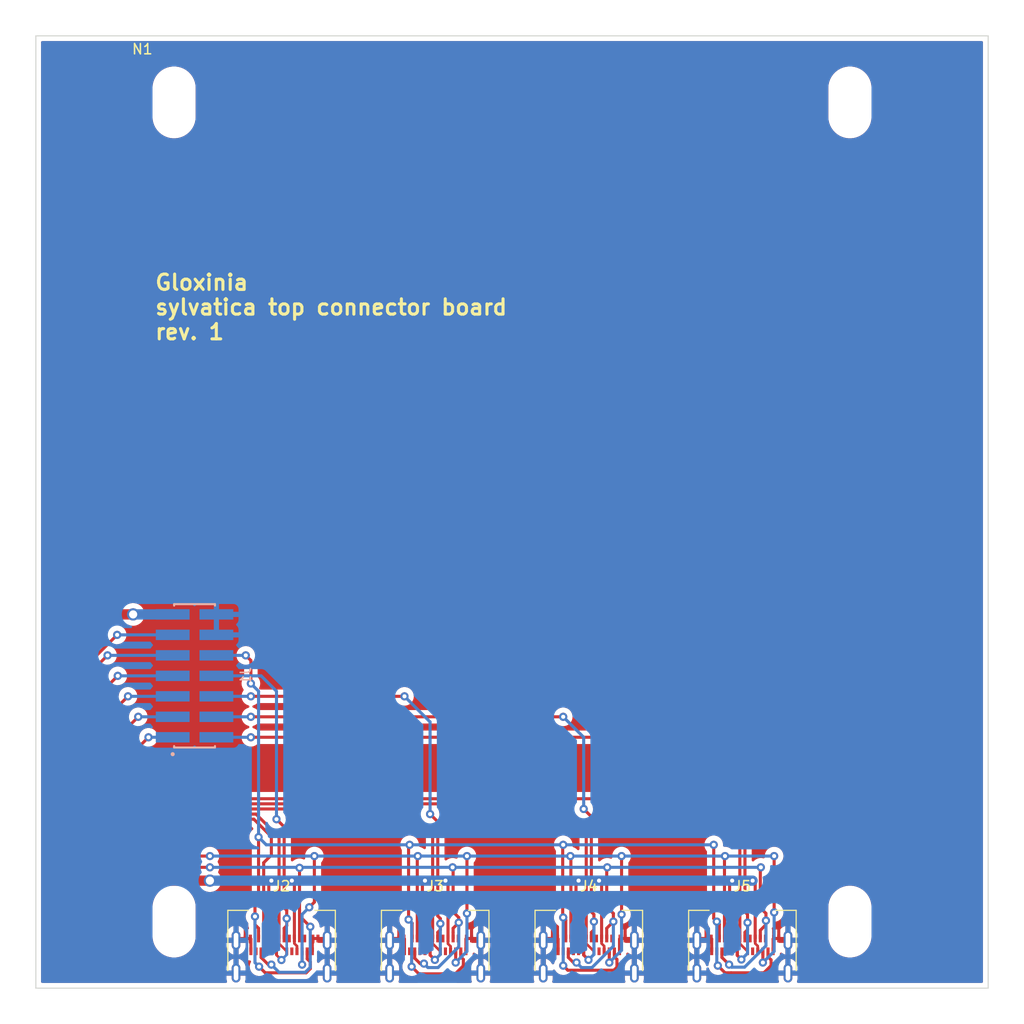
<source format=kicad_pcb>
(kicad_pcb (version 20211014) (generator pcbnew)
  (layers (0 "F.Cu" signal) (31 "B.Cu" signal) (34 "B.Paste" user) (35 "F.Paste" user) (36 "B.SilkS" user "B.Silkscreen") (37 "F.SilkS" user "F.Silkscreen") (38 "B.Mask" user) (39 "F.Mask" user) (44 "Edge.Cuts" user))
  (net 0 "")
  (net 1 "/S_PS2")
  (net 2 "GND")
  (net 3 "/SCL2")
  (net 4 "/SDA2")
  (net 5 "/~{INT2}")
  (net 6 "/OW5")
  (net 7 "/EV5")
  (net 8 "/OW6")
  (net 9 "/EV6")
  (net 10 "/OW7")
  (net 11 "/EV7")
  (net 12 "/OW8")
  (net 13 "/EV8")
  (footprint "custom_footprints:USB_C_Receptacle_Amphenol_12401861XX12A" (layer "F.Cu") (at 107.5 127.9)
    (fp_text reference "J5")
    (fp_text value "USB_C_Receptacle")
  )
  (footprint "custom_footprints:USB_C_Receptacle_Amphenol_12401861XX12A" (layer "F.Cu") (at 62.5 127.9)
    (fp_text reference "J2")
    (fp_text value "USB_C_Receptacle")
  )
  (footprint "custom_footprints:USB_C_Receptacle_Amphenol_12401861XX12A" (layer "F.Cu") (at 77.5 127.9)
    (fp_text reference "J3")
    (fp_text value "USB_C_Receptacle")
  )
  (footprint "custom_footprints:Enclosure-Gloxinia4" (layer "F.Cu") (at 85 85)
    (fp_text reference "N1")
    (fp_text value "Housing")
  )
  (footprint "custom_footprints:USB_C_Receptacle_Amphenol_12401861XX12A" (layer "F.Cu") (at 92.5 127.9)
    (fp_text reference "J4")
    (fp_text value "USB_C_Receptacle")
  )
  (footprint "samtec:SAMTEC_TMMH-107-01-T-DV" (layer "B.Cu") (at 54 101 90)
    (fp_text reference "J1")
    (fp_text value "Conn_02x07_Odd_Even")
  )
  (gr_line (start 131.5 38.5) (end 131.5 131.5) (layer "Edge.Cuts") (width 0.1))
  (gr_line (start 38.5 38.5) (end 131.5 38.5) (layer "Edge.Cuts") (width 0.1))
  (gr_line (start 131.5 131.5) (end 38.5 131.5) (layer "Edge.Cuts") (width 0.1))
  (gr_line (start 38.5 131.5) (end 38.5 38.5) (layer "Edge.Cuts") (width 0.1))
  (gr_text "Gloxinia\nsylvatica top connector board\nrev. 1" (at 50 65) (layer "F.SilkS") (effects (font (size 1.5 1.5) (thickness 0.3)) (justify left)))
  (segment (start 76.25 126.65) (end 76.25 121.2505) (width 0.3) (layer "F.Cu") (net 1))
  (segment (start 42 114.5) (end 42 118.5) (width 1) (layer "F.Cu") (net 1))
  (segment (start 91.25 126.65) (end 91.25 127.145) (width 0.25) (layer "F.Cu") (net 1))
  (segment (start 79 127.415) (end 79 127.9) (width 0.25) (layer "F.Cu") (net 1))
  (segment (start 63.75 121.2495) (end 63.5005 121) (width 0.3) (layer "F.Cu") (net 1))
  (segment (start 93.75 126.65) (end 93.75 127.14) (width 0.25) (layer "F.Cu") (net 1))
  (segment (start 54 121) (end 55.5 121) (width 1) (layer "F.Cu") (net 1))
  (segment (start 44 95) (end 42.5 96.5) (width 1) (layer "F.Cu") (net 1))
  (segment (start 108.75 121.2505) (end 108.4995 121) (width 0.3) (layer "F.Cu") (net 1))
  (segment (start 93.75 127.14) (end 94 127.39) (width 0.25) (layer "F.Cu") (net 1))
  (segment (start 63.75 127.14) (end 64 127.39) (width 0.25) (layer "F.Cu") (net 1))
  (segment (start 106.25 121.2505) (end 106.5005 121) (width 0.3) (layer "F.Cu") (net 1))
  (segment (start 42 97) (end 42 114.5) (width 1) (layer "F.Cu") (net 1))
  (segment (start 94 127.39) (end 94 127.9) (width 0.25) (layer "F.Cu") (net 1))
  (segment (start 76.25 126.65) (end 76.25 127.14) (width 0.25) (layer "F.Cu") (net 1))
  (segment (start 61 127.4) (end 61 127.9) (width 0.25) (layer "F.Cu") (net 1))
  (segment (start 106.25 127.15) (end 106 127.4) (width 0.25) (layer "F.Cu") (net 1))
  (segment (start 106.25 126.65) (end 106.25 127.15) (width 0.25) (layer "F.Cu") (net 1))
  (segment (start 91.25 121.2505) (end 91.5005 121) (width 0.3) (layer "F.Cu") (net 1))
  (segment (start 64 127.39) (end 64 127.9) (width 0.25) (layer "F.Cu") (net 1))
  (segment (start 78.75 126.65) (end 78.75 121.2505) (width 0.3) (layer "F.Cu") (net 1))
  (segment (start 61.25 126.65) (end 61.25 127.15) (width 0.25) (layer "F.Cu") (net 1))
  (segment (start 42.5 96.5) (end 42 97) (width 1) (layer "F.Cu") (net 1))
  (segment (start 91 127.395) (end 91 127.9) (width 0.25) (layer "F.Cu") (net 1))
  (segment (start 44.5 121) (end 54 121) (width 1) (layer "F.Cu") (net 1))
  (segment (start 61.25 121.2505) (end 61.5005 121) (width 0.3) (layer "F.Cu") (net 1))
  (segment (start 78.75 121.2505) (end 78.4995 121) (width 0.3) (layer "F.Cu") (net 1))
  (segment (start 106.25 126.65) (end 106.25 121.2505) (width 0.3) (layer "F.Cu") (net 1))
  (segment (start 108.75 127.14) (end 109 127.39) (width 0.25) (layer "F.Cu") (net 1))
  (segment (start 93.75 126.65) (end 93.75 121.2505) (width 0.3) (layer "F.Cu") (net 1))
  (segment (start 42 118.5) (end 43 119.5) (width 1) (layer "F.Cu") (net 1))
  (segment (start 108.75 126.65) (end 108.75 127.14) (width 0.25) (layer "F.Cu") (net 1))
  (segment (start 78.75 127.165) (end 79 127.415) (width 0.25) (layer "F.Cu") (net 1))
  (segment (start 63.75 126.65) (end 63.75 121.2495) (width 0.3) (layer "F.Cu") (net 1))
  (segment (start 108.75 126.65) (end 108.75 121.2505) (width 0.3) (layer "F.Cu") (net 1))
  (segment (start 61.25 127.15) (end 61 127.4) (width 0.25) (layer "F.Cu") (net 1))
  (segment (start 93.75 121.2505) (end 93.4995 121) (width 0.3) (layer "F.Cu") (net 1))
  (segment (start 106 127.4) (end 106 127.9) (width 0.25) (layer "F.Cu") (net 1))
  (segment (start 43 119.5) (end 44.5 121) (width 1) (layer "F.Cu") (net 1))
  (segment (start 78.75 126.65) (end 78.75 127.165) (width 0.25) (layer "F.Cu") (net 1))
  (segment (start 91.25 127.145) (end 91 127.395) (width 0.25) (layer "F.Cu") (net 1))
  (segment (start 76 127.39) (end 76 127.9) (width 0.25) (layer "F.Cu") (net 1))
  (segment (start 76.25 127.14) (end 76 127.39) (width 0.25) (layer "F.Cu") (net 1))
  (segment (start 61.25 126.65) (end 61.25 121.2505) (width 0.3) (layer "F.Cu") (net 1))
  (segment (start 109 127.39) (end 109 127.9) (width 0.25) (layer "F.Cu") (net 1))
  (segment (start 76.25 121.2505) (end 76.5005 121) (width 0.3) (layer "F.Cu") (net 1))
  (segment (start 63.75 126.65) (end 63.75 127.14) (width 0.25) (layer "F.Cu") (net 1))
  (segment (start 91.25 126.65) (end 91.25 121.2505) (width 0.3) (layer "F.Cu") (net 1))
  (segment (start 48 95) (end 44 95) (width 1) (layer "F.Cu") (net 1))
  (via (at 93.4995 121) (size 0.8) (drill 0.4) (layers "F.Cu" "B.Cu") (net 1))
  (via (at 106.5005 121) (size 0.8) (drill 0.4) (layers "F.Cu" "B.Cu") (net 1))
  (via (at 55.5 121) (size 1.2) (drill 0.8) (layers "F.Cu" "B.Cu") (net 1))
  (via (at 61.5005 121) (size 0.8) (drill 0.4) (layers "F.Cu" "B.Cu") (net 1))
  (via (at 63.5005 121) (size 0.8) (drill 0.4) (layers "F.Cu" "B.Cu") (net 1))
  (via (at 91.5005 121) (size 0.8) (drill 0.4) (layers "F.Cu" "B.Cu") (net 1))
  (via (at 48 95) (size 1.2) (drill 0.8) (layers "F.Cu" "B.Cu") (net 1))
  (via (at 78.4995 121) (size 0.8) (drill 0.4) (layers "F.Cu" "B.Cu") (net 1))
  (via (at 76.5005 121) (size 0.8) (drill 0.4) (layers "F.Cu" "B.Cu") (net 1))
  (via (at 108.4995 121) (size 0.8) (drill 0.4) (layers "F.Cu" "B.Cu") (net 1))
  (segment (start 51.865 95) (end 48 95) (width 1) (layer "B.Cu") (net 1))
  (segment (start 55.5 121) (end 108.4995 121) (width 1) (layer "B.Cu") (net 1))
  (segment (start 110.5 127.9) (end 110.5 126.7) (width 0.3) (layer "F.Cu") (net 2))
  (segment (start 89.5 126.7) (end 89.45 126.65) (width 0.3) (layer "F.Cu") (net 2))
  (segment (start 103.225 126.65) (end 103.05 126.825) (width 0.3) (layer "F.Cu") (net 2))
  (segment (start 88.95 126.65) (end 88.225 126.65) (width 0.3) (layer "F.Cu") (net 2))
  (segment (start 65.5 127.9) (end 65.5 126.7) (width 0.3) (layer "F.Cu") (net 2))
  (segment (start 59.5 126.7) (end 59.45 126.65) (width 0.3) (layer "F.Cu") (net 2))
  (segment (start 59.5 127.9) (end 59.5 126.7) (width 0.3) (layer "F.Cu") (net 2))
  (segment (start 65.55 126.65) (end 66.05 126.65) (width 0.3) (layer "F.Cu") (net 2))
  (segment (start 74.45 126.65) (end 73.95 126.65) (width 0.3) (layer "F.Cu") (net 2))
  (segment (start 59.45 126.65) (end 58.95 126.65) (width 0.3) (layer "F.Cu") (net 2))
  (segment (start 74.5 126.7) (end 74.45 126.65) (width 0.3) (layer "F.Cu") (net 2))
  (segment (start 66.05 126.65) (end 66.775 126.65) (width 0.3) (layer "F.Cu") (net 2))
  (segment (start 104.5 126.7) (end 104.45 126.65) (width 0.3) (layer "F.Cu") (net 2))
  (segment (start 89.5 127.9) (end 89.5 126.7) (width 0.3) (layer "F.Cu") (net 2))
  (segment (start 95.5 126.7) (end 95.55 126.65) (width 0.3) (layer "F.Cu") (net 2))
  (segment (start 80.5 127.9) (end 80.5 126.7) (width 0.3) (layer "F.Cu") (net 2))
  (segment (start 80.55 126.65) (end 81.05 126.65) (width 0.3) (layer "F.Cu") (net 2))
  (segment (start 111.05 126.65) (end 111.775 126.65) (width 0.3) (layer "F.Cu") (net 2))
  (segment (start 58.225 126.65) (end 58.05 126.825) (width 0.3) (layer "F.Cu") (net 2))
  (segment (start 74.5 127.9) (end 74.5 126.7) (width 0.3) (layer "F.Cu") (net 2))
  (segment (start 104.45 126.65) (end 103.95 126.65) (width 0.3) (layer "F.Cu") (net 2))
  (segment (start 103.95 126.65) (end 103.225 126.65) (width 0.3) (layer "F.Cu") (net 2))
  (segment (start 65.5 126.7) (end 65.55 126.65) (width 0.3) (layer "F.Cu") (net 2))
  (segment (start 73.95 126.65) (end 73.225 126.65) (width 0.3) (layer "F.Cu") (net 2))
  (segment (start 88.225 126.65) (end 88.05 126.825) (width 0.3) (layer "F.Cu") (net 2))
  (segment (start 96.775 126.65) (end 96.95 126.825) (width 0.3) (layer "F.Cu") (net 2))
  (segment (start 104.5 127.9) (end 104.5 126.7) (width 0.3) (layer "F.Cu") (net 2))
  (segment (start 66.775 126.65) (end 66.95 126.825) (width 0.3) (layer "F.Cu") (net 2))
  (segment (start 111.775 126.65) (end 111.95 126.825) (width 0.3) (layer "F.Cu") (net 2))
  (segment (start 80.5 126.7) (end 80.55 126.65) (width 0.3) (layer "F.Cu") (net 2))
  (segment (start 81.05 126.65) (end 81.775 126.65) (width 0.3) (layer "F.Cu") (net 2))
  (segment (start 110.55 126.65) (end 111.05 126.65) (width 0.3) (layer "F.Cu") (net 2))
  (segment (start 95.55 126.65) (end 96.05 126.65) (width 0.3) (layer "F.Cu") (net 2))
  (segment (start 96.05 126.65) (end 96.775 126.65) (width 0.3) (layer "F.Cu") (net 2))
  (segment (start 58.95 126.65) (end 58.225 126.65) (width 0.3) (layer "F.Cu") (net 2))
  (segment (start 81.775 126.65) (end 81.95 126.825) (width 0.3) (layer "F.Cu") (net 2))
  (segment (start 73.225 126.65) (end 73.05 126.825) (width 0.3) (layer "F.Cu") (net 2))
  (segment (start 89.45 126.65) (end 88.95 126.65) (width 0.3) (layer "F.Cu") (net 2))
  (segment (start 110.5 126.7) (end 110.55 126.65) (width 0.3) (layer "F.Cu") (net 2))
  (segment (start 95.5 127.9) (end 95.5 126.7) (width 0.3) (layer "F.Cu") (net 2))
  (segment (start 94.25 119.75) (end 94.3 119.7) (width 0.3) (layer "F.Cu") (net 3))
  (segment (start 109.25 119.75) (end 109.3 119.7) (width 0.3) (layer "F.Cu") (net 3))
  (segment (start 109.8 125.3) (end 109.8 124.9) (width 0.3) (layer "F.Cu") (net 3))
  (segment (start 91 129) (end 91.3 129) (width 0.3) (layer "F.Cu") (net 3))
  (segment (start 105.5 128.5) (end 106.2 129.2) (width 0.3) (layer "F.Cu") (net 3))
  (segment (start 90.5 127.9) (end 90.5 128.5) (width 0.3) (layer "F.Cu") (net 3))
  (segment (start 109.8 124.2) (end 109.25 123.65) (width 0.3) (layer "F.Cu") (net 3))
  (segment (start 61.2 129.2) (end 61.5 129.2) (width 0.3) (layer "F.Cu") (net 3))
  (segment (start 79.25 119.75) (end 79.2 119.7) (width 0.3) (layer "F.Cu") (net 3))
  (segment (start 79.25 125.65) (end 79.8 125.1) (width 0.3) (layer "F.Cu") (net 3))
  (segment (start 94.25 126.65) (end 94.25 125.65) (width 0.3) (layer "F.Cu") (net 3))
  (segment (start 79.25 126.05) (end 79.25 125.65) (width 0.3) (layer "F.Cu") (net 3))
  (segment (start 43.5 99.939339) (end 46.439339 97) (width 0.3) (layer "F.Cu") (net 3))
  (segment (start 109.25 123.65) (end 109.25 119.75) (width 0.3) (layer "F.Cu") (net 3))
  (segment (start 55.5 119.7) (end 46.1 119.7) (width 0.3) (layer "F.Cu") (net 3))
  (segment (start 94.9 124.2) (end 94.25 123.55) (width 0.3) (layer "F.Cu") (net 3))
  (segment (start 46.1 119.7) (end 43.5 117.1) (width 0.3) (layer "F.Cu") (net 3))
  (segment (start 60.5 127.9) (end 60.5 128.5) (width 0.3) (layer "F.Cu") (net 3))
  (segment (start 94.25 123.55) (end 94.25 119.75) (width 0.3) (layer "F.Cu") (net 3))
  (segment (start 79.8 124.6) (end 79.25 124.05) (width 0.3) (layer "F.Cu") (net 3))
  (segment (start 90.5 128.5) (end 91 129) (width 0.3) (layer "F.Cu") (net 3))
  (segment (start 79.25 124.05) (end 79.25 119.75) (width 0.3) (layer "F.Cu") (net 3))
  (segment (start 43.5 117.1) (end 43.5 114.5) (width 0.3) (layer "F.Cu") (net 3))
  (segment (start 109.8 124.9) (end 109.8 124.2) (width 0.3) (layer "F.Cu") (net 3))
  (segment (start 76.025 129.1) (end 76.4 129.1) (width 0.3) (layer "F.Cu") (net 3))
  (segment (start 65.3 125.5) (end 64.25 124.45) (width 0.3) (layer "F.Cu") (net 3))
  (segment (start 79.8 125.1) (end 79.8 124.6) (width 0.3) (layer "F.Cu") (net 3))
  (segment (start 109.25 126.65) (end 109.25 125.85) (width 0.3) (layer "F.Cu") (net 3))
  (segment (start 94.9 125) (end 94.9 124.2) (width 0.3) (layer "F.Cu") (net 3))
  (segment (start 43.5 114.5) (end 43.5 99.939339) (width 0.3) (layer "F.Cu") (net 3))
  (segment (start 64.25 126.65) (end 64.25 123.85) (width 0.3) (layer "F.Cu") (net 3))
  (segment (start 94.25 125.65) (end 94.9 125) (width 0.3) (layer "F.Cu") (net 3))
  (segment (start 64.25 123.85) (end 64.25 119.75) (width 0.3) (layer "F.Cu") (net 3))
  (segment (start 79.25 126.65) (end 79.25 126.05) (width 0.3) (layer "F.Cu") (net 3))
  (segment (start 64.25 124.45) (end 64.25 123.85) (width 0.3) (layer "F.Cu") (net 3))
  (segment (start 105.5 127.9) (end 105.5 128.5) (width 0.3) (layer "F.Cu") (net 3))
  (segment (start 60.5 128.5) (end 60.6 128.6) (width 0.3) (layer "F.Cu") (net 3))
  (segment (start 60.6 128.6) (end 61.2 129.2) (width 0.3) (layer "F.Cu") (net 3))
  (segment (start 75.5 128.575) (end 76.025 129.1) (width 0.3) (layer "F.Cu") (net 3))
  (segment (start 75.5 127.9) (end 75.5 128.575) (width 0.3) (layer "F.Cu") (net 3))
  (segment (start 109.25 125.85) (end 109.8 125.3) (width 0.3) (layer "F.Cu") (net 3))
  (via (at 65.3 125.5) (size 0.8) (drill 0.4) (layers "F.Cu" "B.Cu") (net 3))
  (via (at 91.3 129) (size 0.8) (drill 0.4) (layers "F.Cu" "B.Cu") (net 3))
  (via (at 46.439339 97) (size 0.8) (drill 0.4) (layers "F.Cu" "B.Cu") (net 3))
  (via (at 106.2 129.2) (size 0.8) (drill 0.4) (layers "F.Cu" "B.Cu") (net 3))
  (via (at 61.5 129.2) (size 0.8) (drill 0.4) (layers "F.Cu" "B.Cu") (net 3))
  (via (at 79.8 125.1) (size 0.8) (drill 0.4) (layers "F.Cu" "B.Cu") (net 3))
  (via (at 109.3 119.7) (size 0.8) (drill 0.4) (layers "F.Cu" "B.Cu") (net 3))
  (via (at 64.25 119.75) (size 0.8) (drill 0.4) (layers "F.Cu" "B.Cu") (net 3))
  (via (at 109.8 124.9) (size 0.8) (drill 0.4) (layers "F.Cu" "B.Cu") (net 3))
  (via (at 76.4 129.1) (size 0.8) (drill 0.4) (layers "F.Cu" "B.Cu") (net 3))
  (via (at 79.2 119.7) (size 0.8) (drill 0.4) (layers "F.Cu" "B.Cu") (net 3))
  (via (at 94.3 119.7) (size 0.8) (drill 0.4) (layers "F.Cu" "B.Cu") (net 3))
  (via (at 55.5 119.7) (size 0.8) (drill 0.4) (layers "F.Cu" "B.Cu") (net 3))
  (via (at 94.9 125) (size 0.8) (drill 0.4) (layers "F.Cu" "B.Cu") (net 3))
  (segment (start 61.5 129.2) (end 62.25 129.95) (width 0.3) (layer "B.Cu") (net 3))
  (segment (start 65.3 129.460661) (end 65.3 125.5) (width 0.3) (layer "B.Cu") (net 3))
  (segment (start 94.9 127.4) (end 94.9 125) (width 0.3) (layer "B.Cu") (net 3))
  (segment (start 51.865 97) (end 46.439339 97) (width 0.3) (layer "B.Cu") (net 3))
  (segment (start 55.5 119.7) (end 79.2 119.7) (width 0.3) (layer "B.Cu") (net 3))
  (segment (start 62.25 129.95) (end 64.810661 129.95) (width 0.3) (layer "B.Cu") (net 3))
  (segment (start 107.710661 129.45) (end 109.8 127.360661) (width 0.3) (layer "B.Cu") (net 3))
  (segment (start 92.812226 129.487774) (end 94.9 127.4) (width 0.3) (layer "B.Cu") (net 3))
  (segment (start 77.779553 129.487774) (end 79.8 127.467327) (width 0.3) (layer "B.Cu") (net 3))
  (segment (start 79.8 127.467327) (end 79.8 125.1) (width 0.3) (layer "B.Cu") (net 3))
  (segment (start 64.810661 129.95) (end 65.3 129.460661) (width 0.3) (layer "B.Cu") (net 3))
  (segment (start 94.3 119.7) (end 109.3 119.7) (width 0.3) (layer "B.Cu") (net 3))
  (segment (start 109.8 127.360661) (end 109.8 124.9) (width 0.3) (layer "B.Cu") (net 3))
  (segment (start 76.787774 129.487774) (end 77.779553 129.487774) (width 0.3) (layer "B.Cu") (net 3))
  (segment (start 106.45 129.45) (end 107.710661 129.45) (width 0.3) (layer "B.Cu") (net 3))
  (segment (start 79.2 119.7) (end 94.3 119.7) (width 0.3) (layer "B.Cu") (net 3))
  (segment (start 91.787774 129.487774) (end 92.812226 129.487774) (width 0.3) (layer "B.Cu") (net 3))
  (segment (start 91.3 129) (end 91.787774 129.487774) (width 0.3) (layer "B.Cu") (net 3))
  (segment (start 106.2 129.2) (end 106.45 129.45) (width 0.3) (layer "B.Cu") (net 3))
  (segment (start 76.4 129.1) (end 76.787774 129.487774) (width 0.3) (layer "B.Cu") (net 3))
  (segment (start 44.5 114) (end 44.5 100) (width 0.3) (layer "F.Cu") (net 4))
  (segment (start 109.5 127.9) (end 109.5 129) (width 0.3) (layer "F.Cu") (net 4))
  (segment (start 44.5 100) (end 45.5 99) (width 0.3) (layer "F.Cu") (net 4))
  (segment (start 49.1 118.6) (end 55.5 118.6) (width 0.3) (layer "F.Cu") (net 4))
  (segment (start 65.7 123.1) (end 65.7 118.6) (width 0.3) (layer "F.Cu") (net 4))
  (segment (start 65.2 123.6) (end 65.7 123.1) (width 0.3) (layer "F.Cu") (net 4))
  (segment (start 60.75 119.25) (end 61.5 118.5) (width 0.3) (layer "F.Cu") (net 4))
  (segment (start 110.6 124.1) (end 110.6 118.6) (width 0.3) (layer "F.Cu") (net 4))
  (segment (start 45.5 115) (end 45.1 114.6) (width 0.3) (layer "F.Cu") (net 4))
  (segment (start 95.7 124.3) (end 95.7 118.6) (width 0.3) (layer "F.Cu") (net 4))
  (segment (start 94.5 127.9) (end 94.5 129) (width 0.3) (layer "F.Cu") (net 4))
  (segment (start 45.1 114.6) (end 49.1 118.6) (width 0.3) (layer "F.Cu") (net 4))
  (segment (start 61.5 116.707106) (end 59.792894 115) (width 0.3) (layer "F.Cu") (net 4))
  (segment (start 80.6 124.2) (end 80.6 118.6) (width 0.3) (layer "F.Cu") (net 4))
  (segment (start 60.75 126.65) (end 60.75 119.25) (width 0.3) (layer "F.Cu") (net 4))
  (segment (start 64.5 127.9) (end 64.5 129.2) (width 0.3) (layer "F.Cu") (net 4))
  (segment (start 105.75 118.65) (end 105.8 118.6) (width 0.3) (layer "F.Cu") (net 4))
  (segment (start 90.75 118.65) (end 90.7 118.6) (width 0.3) (layer "F.Cu") (net 4))
  (segment (start 105.75 126.65) (end 105.75 118.65) (width 0.3) (layer "F.Cu") (net 4))
  (segment (start 45.1 114.6) (end 44.5 114) (width 0.3) (layer "F.Cu") (net 4))
  (segment (start 61.5 118.5) (end 61.5 116.707106) (width 0.3) (layer "F.Cu") (net 4))
  (segment (start 79.5 127.9) (end 79.5 129) (width 0.3) (layer "F.Cu") (net 4))
  (segment (start 75.75 126.65) (end 75.75 118.65) (width 0.3) (layer "F.Cu") (net 4))
  (segment (start 75.75 118.65) (end 75.8 118.6) (width 0.3) (layer "F.Cu") (net 4))
  (segment (start 90.75 126.65) (end 90.75 118.65) (width 0.3) (layer "F.Cu") (net 4))
  (segment (start 59.792894 115) (end 45.5 115) (width 0.3) (layer "F.Cu") (net 4))
  (via (at 65.2 123.6) (size 0.8) (drill 0.4) (layers "F.Cu" "B.Cu") (net 4))
  (via (at 64.5 129.2) (size 0.8) (drill 0.4) (layers "F.Cu" "B.Cu") (net 4))
  (via (at 75.8 118.6) (size 0.8) (drill 0.4) (layers "F.Cu" "B.Cu") (net 4))
  (via (at 105.8 118.6) (size 0.8) (drill 0.4) (layers "F.Cu" "B.Cu") (net 4))
  (via (at 110.6 118.6) (size 0.8) (drill 0.4) (layers "F.Cu" "B.Cu") (net 4))
  (via (at 80.6 124.2) (size 0.8) (drill 0.4) (layers "F.Cu" "B.Cu") (net 4))
  (via (at 94.5 129) (size 0.8) (drill 0.4) (layers "F.Cu" "B.Cu") (net 4))
  (via (at 55.5 118.6) (size 0.8) (drill 0.4) (layers "F.Cu" "B.Cu") (net 4))
  (via (at 65.7 118.6) (size 0.8) (drill 0.4) (layers "F.Cu" "B.Cu") (net 4))
  (via (at 110.6 124.1) (size 0.8) (drill 0.4) (layers "F.Cu" "B.Cu") (net 4))
  (via (at 109.5 129) (size 0.8) (drill 0.4) (layers "F.Cu" "B.Cu") (net 4))
  (via (at 90.7 118.6) (size 0.8) (drill 0.4) (layers "F.Cu" "B.Cu") (net 4))
  (via (at 95.7 124.3) (size 0.8) (drill 0.4) (layers "F.Cu" "B.Cu") (net 4))
  (via (at 79.5 129) (size 0.8) (drill 0.4) (layers "F.Cu" "B.Cu") (net 4))
  (via (at 95.7 118.6) (size 0.8) (drill 0.4) (layers "F.Cu" "B.Cu") (net 4))
  (via (at 45.5 99) (size 0.8) (drill 0.4) (layers "F.Cu" "B.Cu") (net 4))
  (via (at 80.6 118.6) (size 0.8) (drill 0.4) (layers "F.Cu" "B.Cu") (net 4))
  (segment (start 65.7 118.6) (end 75.8 118.6) (width 0.3) (layer "B.Cu") (net 4))
  (segment (start 64.5 124.3) (end 65.2 123.6) (width 0.3) (layer "B.Cu") (net 4))
  (segment (start 109.5 129) (end 110.6 127.9) (width 0.3) (layer "B.Cu") (net 4))
  (segment (start 105.8 118.6) (end 110.6 118.6) (width 0.3) (layer "B.Cu") (net 4))
  (segment (start 94.5 129) (end 95.7 127.8) (width 0.3) (layer "B.Cu") (net 4))
  (segment (start 51.865 99) (end 45.5 99) (width 0.3) (layer "B.Cu") (net 4))
  (segment (start 95.7 118.6) (end 105.8 118.6) (width 0.3) (layer "B.Cu") (net 4))
  (segment (start 55.5 118.6) (end 65.7 118.6) (width 0.3) (layer "B.Cu") (net 4))
  (segment (start 80.6 118.6) (end 90.7 118.6) (width 0.3) (layer "B.Cu") (net 4))
  (segment (start 75.8 118.6) (end 80.6 118.6) (width 0.3) (layer "B.Cu") (net 4))
  (segment (start 64.5 129.2) (end 64.5 124.3) (width 0.3) (layer "B.Cu") (net 4))
  (segment (start 90.7 118.6) (end 95.7 118.6) (width 0.3) (layer "B.Cu") (net 4))
  (segment (start 79.5 129) (end 80.6 127.9) (width 0.3) (layer "B.Cu") (net 4))
  (segment (start 95.7 127.8) (end 95.7 124.3) (width 0.3) (layer "B.Cu") (net 4))
  (segment (start 80.6 127.9) (end 80.6 124.2) (width 0.3) (layer "B.Cu") (net 4))
  (segment (start 110.6 127.9) (end 110.6 124.1) (width 0.3) (layer "B.Cu") (net 4))
  (segment (start 65.3 128.939339) (end 65.3 129.2) (width 0.3) (layer "F.Cu") (net 5))
  (segment (start 60.25 125.95) (end 60.25 125.65) (width 0.3) (layer "F.Cu") (net 5))
  (segment (start 65.3 129.2) (end 65.3 129.6) (width 0.3) (layer "F.Cu") (net 5))
  (segment (start 60.25 122.55) (end 60.25 116.75) (width 0.3) (layer "F.Cu") (net 5))
  (segment (start 75.25 126.65) (end 75.25 125.15) (width 0.3) (layer "F.Cu") (net 5))
  (segment (start 109.6 130) (end 106.4 130) (width 0.3) (layer "F.Cu") (net 5))
  (segment (start 95 129.7) (end 94.95 129.75) (width 0.3) (layer "F.Cu") (net 5))
  (segment (start 60.25 122.55) (end 60.25 122.85) (width 0.3) (layer "F.Cu") (net 5))
  (segment (start 90.25 126.65) (end 90.25 124.85) (width 0.3) (layer "F.Cu") (net 5))
  (segment (start 60.25 125.65) (end 59.9 125.3) (width 0.3) (layer "F.Cu") (net 5))
  (segment (start 80 127.9) (end 80 128.439339) (width 0.3) (layer "F.Cu") (net 5))
  (segment (start 105.0005 125) (end 104.7 124.6995) (width 0.3) (layer "F.Cu") (net 5))
  (segment (start 59.5 99.5) (end 59 99) (width 0.3) (layer "F.Cu") (net 5))
  (segment (start 105.25 125.2495) (end 105.0005 125) (width 0.3) (layer "F.Cu") (net 5))
  (segment (start 80.25 129.310661) (end 79.460661 130.1) (width 0.3) (layer "F.Cu") (net 5))
  (segment (start 89.95 124.55) (end 89.95 117.55) (width 0.3) (layer "F.Cu") (net 5))
  (segment (start 110 127.9) (end 110 128.439339) (width 0.3) (layer "F.Cu") (net 5))
  (segment (start 60.25 122.85) (end 59.9 123.2) (width 0.3) (layer "F.Cu") (net 5))
  (segment (start 90.25 124.85) (end 90 124.6) (width 0.3) (layer "F.Cu") (net 5))
  (segment (start 60.25 126.65) (end 60.25 125.95) (width 0.3) (layer "F.Cu") (net 5))
  (segment (start 59.9 125.3) (end 59.9 124.5) (width 0.3) (layer "F.Cu") (net 5))
  (segment (start 75.9 130.1) (end 75.2 129.4) (width 0.3) (layer "F.Cu") (net 5))
  (segment (start 95 128.439339) (end 95.25 128.689339) (width 0.3) (layer "F.Cu") (net 5))
  (segment (start 59.5 101.7495) (end 59.5 99.5) (width 0.3) (layer "F.Cu") (net 5))
  (segment (start 80.25 128.689339) (end 80.25 129.2) (width 0.3) (layer "F.Cu") (net 5))
  (segment (start 110 128.439339) (end 110.3 128.739339) (width 0.3) (layer "F.Cu") (net 5))
  (segment (start 75.25 125.15) (end 74.9 124.8) (width 0.3) (layer "F.Cu") (net 5))
  (segment (start 90.45 129.75) (end 90 129.3) (width 0.3) (layer "F.Cu") (net 5))
  (segment (start 94.95 129.75) (end 90.45 129.75) (width 0.3) (layer "F.Cu") (net 5))
  (segment (start 95.25 128.689339) (end 95.25 129.45) (width 0.3) (layer "F.Cu") (net 5))
  (segment (start 110.3 128.739339) (end 110.3 129.3) (width 0.3) (layer "F.Cu") (net 5))
  (segment (start 74.9 124.8) (end 74.9 117.6) (width 0.3) (layer "F.Cu") (net 5))
  (segment (start 65 127.9) (end 65 128.639339) (width 0.3) (layer "F.Cu") (net 5))
  (segment (start 110.3 129.3) (end 109.6 130) (width 0.3) (layer "F.Cu") (net 5))
  (segment (start 105.8 130) (end 105.1 129.3) (width 0.3) (layer "F.Cu") (net 5))
  (segment (start 74.9 117.6) (end 75 117.5) (width 0.3) (layer "F.Cu") (net 5))
  (segment (start 65 128.639339) (end 65.3 128.939339) (width 0.3) (layer "F.Cu") (net 5))
  (segment (start 89.95 117.55) (end 90 117.5) (width 0.3) (layer "F.Cu") (net 5))
  (segment (start 79.460661 130.1) (end 78.2 130.1) (width 0.3) (layer "F.Cu") (net 5))
  (segment (start 104.7 124.6995) (end 104.7 117.5) (width 0.3) (layer "F.Cu") (net 5))
  (segment (start 90 124.6) (end 89.95 124.55) (width 0.3) (layer "F.Cu") (net 5))
  (segment (start 106.4 130) (end 105.8 130) (width 0.3) (layer "F.Cu") (net 5))
  (segment (start 60.9 130) (end 60.3 129.4) (width 0.3) (layer "F.Cu") (net 5))
  (segment (start 95.25 129.45) (end 95 129.7) (width 0.3) (layer "F.Cu") (net 5))
  (segment (start 80.25 129.2) (end 80.25 129.310661) (width 0.3) (layer "F.Cu") (net 5))
  (segment (start 95 127.9) (end 95 128.439339) (width 0.3) (layer "F.Cu") (net 5))
  (segment (start 80 128.439339) (end 80.25 128.689339) (width 0.3) (layer "F.Cu") (net 5))
  (segment (start 59.9 123.2) (end 59.9 124.5) (width 0.3) (layer "F.Cu") (net 5))
  (segment (start 65.3 129.6) (end 64.9 130) (width 0.3) (layer "F.Cu") (net 5))
  (segment (start 64.9 130) (end 60.9 130) (width 0.3) (layer "F.Cu") (net 5))
  (segment (start 105.25 126.65) (end 105.25 125.2495) (width 0.3) (layer "F.Cu") (net 5))
  (segment (start 78.2 130.1) (end 75.9 130.1) (width 0.3) (layer "F.Cu") (net 5))
  (via (at 104.7 117.5) (size 0.8) (drill 0.4) (layers "F.Cu" "B.Cu") (net 5))
  (via (at 60.3 129.4) (size 0.8) (drill 0.4) (layers "F.Cu" "B.Cu") (net 5))
  (via (at 90 129.3) (size 0.8) (drill 0.4) (layers "F.Cu" "B.Cu") (net 5))
  (via (at 105.0005 125) (size 0.8) (drill 0.4) (layers "F.Cu" "B.Cu") (net 5))
  (via (at 59.9 124.5) (size 0.8) (drill 0.4) (layers "F.Cu" "B.Cu") (net 5))
  (via (at 90 124.6) (size 0.8) (drill 0.4) (layers "F.Cu" "B.Cu") (net 5))
  (via (at 105.1 129.3) (size 0.8) (drill 0.4) (layers "F.Cu" "B.Cu") (net 5))
  (via (at 59 99) (size 0.8) (drill 0.4) (layers "F.Cu" "B.Cu") (net 5))
  (via (at 59.5 101.7495) (size 0.8) (drill 0.4) (layers "F.Cu" "B.Cu") (net 5))
  (via (at 60.25 116.75) (size 0.8) (drill 0.4) (layers "F.Cu" "B.Cu") (net 5))
  (via (at 75.2 129.4) (size 0.8) (drill 0.4) (layers "F.Cu" "B.Cu") (net 5))
  (via (at 90 117.5) (size 0.8) (drill 0.4) (layers "F.Cu" "B.Cu") (net 5))
  (via (at 74.9 124.8) (size 0.8) (drill 0.4) (layers "F.Cu" "B.Cu") (net 5))
  (via (at 75 117.5) (size 0.8) (drill 0.4) (layers "F.Cu" "B.Cu") (net 5))
  (segment (start 61 117.5) (end 60.25 116.75) (width 0.3) (layer "B.Cu") (net 5))
  (segment (start 60.25 116.75) (end 60.25 102.4995) (width 0.3) (layer "B.Cu") (net 5))
  (segment (start 75 117.5) (end 61 117.5) (width 0.3) (layer "B.Cu") (net 5))
  (segment (start 59.9 129) (end 59.9 124.5) (width 0.3) (layer "B.Cu") (net 5))
  (segment (start 90 129.3) (end 90 124.6) (width 0.3) (layer "B.Cu") (net 5))
  (segment (start 60.25 102.4995) (end 59.5 101.7495) (width 0.3) (layer "B.Cu") (net 5))
  (segment (start 75.2 125.1) (end 74.9 124.8) (width 0.3) (layer "B.Cu") (net 5))
  (segment (start 60.3 129.4) (end 59.9 129) (width 0.3) (layer "B.Cu") (net 5))
  (segment (start 75 117.5) (end 90 117.5) (width 0.3) (layer "B.Cu") (net 5))
  (segment (start 59 99) (end 56.134 99) (width 0.3) (layer "B.Cu") (net 5))
  (segment (start 105.0005 129.2005) (end 105.1 129.3) (width 0.3) (layer "B.Cu") (net 5))
  (segment (start 105.0005 125) (end 105.0005 129.2005) (width 0.3) (layer "B.Cu") (net 5))
  (segment (start 75.2 129.4) (end 75.2 125.1) (width 0.3) (layer "B.Cu") (net 5))
  (segment (start 90 117.5) (end 104.7 117.5) (width 0.3) (layer "B.Cu") (net 5))
  (segment (start 62.25 126.65) (end 62.25 116.75) (width 0.3) (layer "F.Cu") (net 6))
  (segment (start 62.25 116.75) (end 60 114.5) (width 0.3) (layer "F.Cu") (net 6))
  (segment (start 46.5 114.5) (end 45.5 113.5) (width 0.3) (layer "F.Cu") (net 6))
  (segment (start 62.25 127.15) (end 63 127.9) (width 0.25) (layer "F.Cu") (net 6))
  (segment (start 45.5 102) (end 46.5 101) (width 0.3) (layer "F.Cu") (net 6))
  (segment (start 45.5 113.5) (end 45.5 102) (width 0.3) (layer "F.Cu") (net 6))
  (segment (start 62.25 126.65) (end 62.25 127.15) (width 0.25) (layer "F.Cu") (net 6))
  (segment (start 60 114.5) (end 46.5 114.5) (width 0.3) (layer "F.Cu") (net 6))
  (via (at 46.5 101) (size 0.8) (drill 0.4) (layers "F.Cu" "B.Cu") (net 6))
  (segment (start 46.5 101) (end 51.865 101) (width 0.3) (layer "B.Cu") (net 6))
  (segment (start 63 124.7005) (end 63.0005 124.7) (width 0.3) (layer "F.Cu") (net 7))
  (segment (start 63 125.4) (end 63 124.7005) (width 0.3) (layer "F.Cu") (net 7))
  (segment (start 62 127.9) (end 62 128.265702) (width 0.25) (layer "F.Cu") (net 7))
  (segment (start 62.75 126.65) (end 62.75 125.65) (width 0.3) (layer "F.Cu") (net 7))
  (segment (start 63.0005 123.9005) (end 63.0005 124.7) (width 0.3) (layer "F.Cu") (net 7))
  (segment (start 62.75 125.65) (end 63 125.4) (width 0.3) (layer "F.Cu") (net 7))
  (segment (start 62.75 115.75) (end 62 115) (width 0.3) (layer "F.Cu") (net 7))
  (segment (start 62.75 122.85) (end 62.75 115.75) (width 0.3) (layer "F.Cu") (net 7))
  (segment (start 62 128.265702) (end 62.484477 128.750179) (width 0.25) (layer "F.Cu") (net 7))
  (segment (start 62.75 123.65) (end 63.0005 123.9005) (width 0.3) (layer "F.Cu") (net 7))
  (segment (start 62.75 122.85) (end 62.75 123.65) (width 0.3) (layer "F.Cu") (net 7))
  (via (at 62 115) (size 0.8) (drill 0.4) (layers "F.Cu" "B.Cu") (net 7))
  (via (at 62.484477 128.750179) (size 0.8) (drill 0.4) (layers "F.Cu" "B.Cu") (net 7))
  (via (at 63.0005 124.7) (size 0.8) (drill 0.4) (layers "F.Cu" "B.Cu") (net 7))
  (segment (start 60.5 101) (end 56.134 101) (width 0.3) (layer "B.Cu") (net 7))
  (segment (start 63.0005 128.234156) (end 63.0005 124.7) (width 0.25) (layer "B.Cu") (net 7))
  (segment (start 62 102.5) (end 60.5 101) (width 0.3) (layer "B.Cu") (net 7))
  (segment (start 62.484477 128.750179) (end 63.0005 128.234156) (width 0.25) (layer "B.Cu") (net 7))
  (segment (start 62 115) (end 62 102.5) (width 0.3) (layer "B.Cu") (net 7))
  (segment (start 46.5 104) (end 47.5 103) (width 0.3) (layer "F.Cu") (net 8))
  (segment (start 77.25 127.15) (end 78 127.9) (width 0.25) (layer "F.Cu") (net 8))
  (segment (start 77.25 116.25) (end 75 114) (width 0.3) (layer "F.Cu") (net 8))
  (segment (start 77.25 126.65) (end 77.25 127.15) (width 0.25) (layer "F.Cu") (net 8))
  (segment (start 75 114) (end 47.5 114) (width 0.3) (layer "F.Cu") (net 8))
  (segment (start 46.5 113) (end 46.5 104) (width 0.3) (layer "F.Cu") (net 8))
  (segment (start 77.25 126.65) (end 77.25 116.25) (width 0.3) (layer "F.Cu") (net 8))
  (segment (start 47.5 114) (end 46.5 113) (width 0.3) (layer "F.Cu") (net 8))
  (via (at 47.5 103) (size 0.8) (drill 0.4) (layers "F.Cu" "B.Cu") (net 8))
  (segment (start 47.5 103) (end 51.865 103) (width 0.3) (layer "B.Cu") (net 8))
  (segment (start 77.75 124.45) (end 78.0005 124.7005) (width 0.3) (layer "F.Cu") (net 9))
  (segment (start 77.75 126.05) (end 78.0005 125.7995) (width 0.3) (layer "F.Cu") (net 9))
  (segment (start 77.75 123.75) (end 77.75 115.25) (width 0.3) (layer "F.Cu") (net 9))
  (segment (start 78.0005 124.7005) (end 78.0005 125.2) (width 0.3) (layer "F.Cu") (net 9))
  (segment (start 77.75 115.25) (end 77 114.5) (width 0.3) (layer "F.Cu") (net 9))
  (segment (start 78.0005 125.7995) (end 78.0005 125.2) (width 0.3) (layer "F.Cu") (net 9))
  (segment (start 77 128.268882) (end 77.468892 128.737774) (width 0.3) (layer "F.Cu") (net 9))
  (segment (start 77 127.9) (end 77 128.268882) (width 0.3) (layer "F.Cu") (net 9))
  (segment (start 77.75 126.65) (end 77.75 126.05) (width 0.3) (layer "F.Cu") (net 9))
  (segment (start 77.75 123.75) (end 77.75 124.45) (width 0.3) (layer "F.Cu") (net 9))
  (segment (start 74.5 103) (end 59.5 103) (width 0.3) (layer "F.Cu") (net 9))
  (via (at 59.5 103) (size 0.8) (drill 0.4) (layers "F.Cu" "B.Cu") (net 9))
  (via (at 77 114.5) (size 0.8) (drill 0.4) (layers "F.Cu" "B.Cu") (net 9))
  (via (at 74.5 103) (size 0.8) (drill 0.4) (layers "F.Cu" "B.Cu") (net 9))
  (via (at 78.0005 125.2) (size 0.8) (drill 0.4) (layers "F.Cu" "B.Cu") (net 9))
  (via (at 77.468892 128.737774) (size 0.8) (drill 0.4) (layers "F.Cu" "B.Cu") (net 9))
  (segment (start 77 107) (end 77 105.5) (width 0.3) (layer "B.Cu") (net 9))
  (segment (start 77.468892 128.737774) (end 78.0005 128.206166) (width 0.3) (layer "B.Cu") (net 9))
  (segment (start 77 114.5) (end 77 107) (width 0.3) (layer "B.Cu") (net 9))
  (segment (start 77 105.5) (end 74.5 103) (width 0.3) (layer "B.Cu") (net 9))
  (segment (start 59.5 103) (end 56.134 103) (width 0.3) (layer "B.Cu") (net 9))
  (segment (start 78.0005 128.206166) (end 78.0005 125.2) (width 0.3) (layer "B.Cu") (net 9))
  (segment (start 47.5 106) (end 48.5 105) (width 0.3) (layer "F.Cu") (net 10))
  (segment (start 92.25 127.15) (end 93 127.9) (width 0.25) (layer "F.Cu") (net 10))
  (segment (start 47.5 112.5) (end 47.5 106) (width 0.3) (layer "F.Cu") (net 10))
  (segment (start 92.25 126.65) (end 92.25 115.75) (width 0.3) (layer "F.Cu") (net 10))
  (segment (start 90 113.5) (end 48.5 113.5) (width 0.3) (layer "F.Cu") (net 10))
  (segment (start 92.25 126.65) (end 92.25 127.15) (width 0.25) (layer "F.Cu") (net 10))
  (segment (start 48.5 113.5) (end 47.5 112.5) (width 0.3) (layer "F.Cu") (net 10))
  (segment (start 92.25 115.75) (end 90 113.5) (width 0.3) (layer "F.Cu") (net 10))
  (via (at 48.5 105) (size 0.8) (drill 0.4) (layers "F.Cu" "B.Cu") (net 10))
  (segment (start 51.865 105) (end 48.5 105) (width 0.3) (layer "B.Cu") (net 10))
  (segment (start 90 105) (end 59.5 105) (width 0.3) (layer "F.Cu") (net 11))
  (segment (start 92.75 126.05) (end 93.0005 125.7995) (width 0.3) (layer "F.Cu") (net 11))
  (segment (start 92.75 126.65) (end 92.75 126.05) (width 0.3) (layer "F.Cu") (net 11))
  (segment (start 92.75 123.65) (end 92.75 114.75) (width 0.3) (layer "F.Cu") (net 11))
  (segment (start 93.0005 125.7995) (end 93.0005 125) (width 0.3) (layer "F.Cu") (net 11))
  (segment (start 92 128.268882) (end 92.468892 128.737774) (width 0.3) (layer "F.Cu") (net 11))
  (segment (start 92 127.9) (end 92 128.268882) (width 0.3) (layer "F.Cu") (net 11))
  (segment (start 92.75 123.65) (end 92.75 124.05) (width 0.3) (layer "F.Cu") (net 11))
  (segment (start 93.0005 124.3005) (end 93.0005 125) (width 0.3) (layer "F.Cu") (net 11))
  (segment (start 92.75 114.75) (end 92 114) (width 0.3) (layer "F.Cu") (net 11))
  (segment (start 92.75 124.05) (end 93.0005 124.3005) (width 0.3) (layer "F.Cu") (net 11))
  (via (at 59.5 105) (size 0.8) (drill 0.4) (layers "F.Cu" "B.Cu") (net 11))
  (via (at 92 114) (size 0.8) (drill 0.4) (layers "F.Cu" "B.Cu") (net 11))
  (via (at 92.468892 128.737774) (size 0.8) (drill 0.4) (layers "F.Cu" "B.Cu") (net 11))
  (via (at 93.0005 125) (size 0.8) (drill 0.4) (layers "F.Cu" "B.Cu") (net 11))
  (via (at 90 105) (size 0.8) (drill 0.4) (layers "F.Cu" "B.Cu") (net 11))
  (segment (start 92.468892 128.737774) (end 93.0005 128.206166) (width 0.3) (layer "B.Cu") (net 11))
  (segment (start 92 114) (end 92 107) (width 0.3) (layer "B.Cu") (net 11))
  (segment (start 93.0005 128.206166) (end 93.0005 125) (width 0.3) (layer "B.Cu") (net 11))
  (segment (start 59.5 105) (end 56.134 105) (width 0.3) (layer "B.Cu") (net 11))
  (segment (start 92 107) (end 90 105) (width 0.3) (layer "B.Cu") (net 11))
  (segment (start 107.25 126.65) (end 107.25 115.75) (width 0.3) (layer "F.Cu") (net 12))
  (segment (start 104.5 113) (end 49.5 113) (width 0.3) (layer "F.Cu") (net 12))
  (segment (start 107.25 126.65) (end 107.25 127.15) (width 0.25) (layer "F.Cu") (net 12))
  (segment (start 107.25 127.15) (end 108 127.9) (width 0.25) (layer "F.Cu") (net 12))
  (segment (start 48.5 112) (end 48.5 108) (width 0.3) (layer "F.Cu") (net 12))
  (segment (start 49.5 113) (end 48.5 112) (width 0.3) (layer "F.Cu") (net 12))
  (segment (start 107.25 115.75) (end 104.5 113) (width 0.3) (layer "F.Cu") (net 12))
  (segment (start 48.5 108) (end 49.5 107) (width 0.3) (layer "F.Cu") (net 12))
  (via (at 49.5 107) (size 0.8) (drill 0.4) (layers "F.Cu" "B.Cu") (net 12))
  (segment (start 51.865 107) (end 49.5 107) (width 0.3) (layer "B.Cu") (net 12))
  (segment (start 106.5 107) (end 59.5 107) (width 0.3) (layer "F.Cu") (net 13))
  (segment (start 107.75 123.85) (end 107.75 108.25) (width 0.3) (layer "F.Cu") (net 13))
  (segment (start 107 127.9) (end 107 128.3) (width 0.3) (layer "F.Cu") (net 13))
  (segment (start 107 128.3) (end 107.4 128.7) (width 0.3) (layer "F.Cu") (net 13))
  (segment (start 107.75 123.85) (end 107.75 124.05) (width 0.3) (layer "F.Cu") (net 13))
  (segment (start 107.75 126.05) (end 108.0005 125.7995) (width 0.3) (layer "F.Cu") (net 13))
  (segment (start 107.75 126.65) (end 107.75 126.05) (width 0.3) (layer "F.Cu") (net 13))
  (segment (start 108.0005 124.3005) (end 108.0005 125.1) (width 0.3) (layer "F.Cu") (net 13))
  (segment (start 107.75 124.05) (end 108.0005 124.3005) (width 0.3) (layer "F.Cu") (net 13))
  (segment (start 108.0005 125.7995) (end 108.0005 125.1) (width 0.3) (layer "F.Cu") (net 13))
  (segment (start 107.75 108.25) (end 106.5 107) (width 0.3) (layer "F.Cu") (net 13))
  (via (at 59.5 107) (size 0.8) (drill 0.4) (layers "F.Cu" "B.Cu") (net 13))
  (via (at 107.4 128.7) (size 0.8) (drill 0.4) (layers "F.Cu" "B.Cu") (net 13))
  (via (at 108.0005 125.1) (size 0.8) (drill 0.4) (layers "F.Cu" "B.Cu") (net 13))
  (segment (start 56.134 107) (end 59.5 107) (width 0.3) (layer "B.Cu") (net 13))
  (segment (start 107.4 128.7) (end 108.0005 128.0995) (width 0.3) (layer "B.Cu") (net 13))
  (segment (start 108.0005 128.0995) (end 108.0005 125.1) (width 0.3) (layer "B.Cu") (net 13))
  (zone (net 2) (net_name "GND") (layer "F.Cu") (connect_pads (clearance 0.508)) (min_thickness 0.254) (fill yes (thermal_gap 0.508) (thermal_bridge_width 0.508))
    (polygon (pts (xy 133.5 133.5) (xy 36.5 133.5) (xy 36.5 36.5) (xy 133.5 36.5)))
  )
  (zone (net 2) (net_name "GND") (layer "B.Cu") (connect_pads (clearance 0.508)) (min_thickness 0.254) (fill yes (thermal_gap 0.508) (thermal_bridge_width 0.508))
    (polygon (pts (xy 135 135) (xy 35 135) (xy 35 35) (xy 135 35)))
  )
)
</source>
